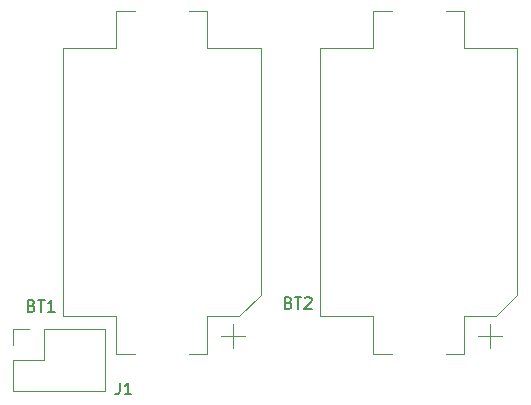
<source format=gbr>
G04 #@! TF.GenerationSoftware,KiCad,Pcbnew,(5.1.5-0-10_14)*
G04 #@! TF.CreationDate,2021-06-08T10:06:00-04:00*
G04 #@! TF.ProjectId,ESLO_COIN_POWER,45534c4f-5f43-44f4-994e-5f504f574552,rev?*
G04 #@! TF.SameCoordinates,Original*
G04 #@! TF.FileFunction,Legend,Top*
G04 #@! TF.FilePolarity,Positive*
%FSLAX46Y46*%
G04 Gerber Fmt 4.6, Leading zero omitted, Abs format (unit mm)*
G04 Created by KiCad (PCBNEW (5.1.5-0-10_14)) date 2021-06-08 10:06:00*
%MOMM*%
%LPD*%
G04 APERTURE LIST*
%ADD10C,0.120000*%
%ADD11C,0.150000*%
G04 APERTURE END LIST*
D10*
X73420000Y-95250000D02*
X73420000Y-93920000D01*
X73420000Y-93920000D02*
X74750000Y-93920000D01*
X73420000Y-96520000D02*
X76020000Y-96520000D01*
X76020000Y-96520000D02*
X76020000Y-93920000D01*
X76020000Y-93920000D02*
X81160000Y-93920000D01*
X81160000Y-99120000D02*
X81160000Y-93920000D01*
X73420000Y-99120000D02*
X81160000Y-99120000D01*
X73420000Y-99120000D02*
X73420000Y-96520000D01*
X113750000Y-93500000D02*
X113750000Y-95500000D01*
X112750000Y-94500000D02*
X114750000Y-94500000D01*
X99400000Y-70150000D02*
X103900000Y-70150000D01*
X99400000Y-92850000D02*
X103900000Y-92850000D01*
X99400000Y-92850000D02*
X99400000Y-70150000D01*
X103900000Y-66950000D02*
X105450000Y-66950000D01*
X103900000Y-70150000D02*
X103900000Y-66950000D01*
X103900000Y-96050000D02*
X105450000Y-96050000D01*
X103900000Y-92850000D02*
X103900000Y-96050000D01*
X111600000Y-96050000D02*
X110050000Y-96050000D01*
X111600000Y-92850000D02*
X111600000Y-96050000D01*
X116100000Y-91050000D02*
X114300000Y-92850000D01*
X114300000Y-92850000D02*
X111600000Y-92850000D01*
X116100000Y-70150000D02*
X116100000Y-91050000D01*
X116100000Y-70150000D02*
X111600000Y-70150000D01*
X111600000Y-66950000D02*
X110050000Y-66950000D01*
X111600000Y-70150000D02*
X111600000Y-66950000D01*
X92000000Y-93500000D02*
X92000000Y-95500000D01*
X91000000Y-94500000D02*
X93000000Y-94500000D01*
X77650000Y-70150000D02*
X82150000Y-70150000D01*
X77650000Y-92850000D02*
X82150000Y-92850000D01*
X77650000Y-92850000D02*
X77650000Y-70150000D01*
X82150000Y-66950000D02*
X83700000Y-66950000D01*
X82150000Y-70150000D02*
X82150000Y-66950000D01*
X82150000Y-96050000D02*
X83700000Y-96050000D01*
X82150000Y-92850000D02*
X82150000Y-96050000D01*
X89850000Y-96050000D02*
X88300000Y-96050000D01*
X89850000Y-92850000D02*
X89850000Y-96050000D01*
X94350000Y-91050000D02*
X92550000Y-92850000D01*
X92550000Y-92850000D02*
X89850000Y-92850000D01*
X94350000Y-70150000D02*
X94350000Y-91050000D01*
X94350000Y-70150000D02*
X89850000Y-70150000D01*
X89850000Y-66950000D02*
X88300000Y-66950000D01*
X89850000Y-70150000D02*
X89850000Y-66950000D01*
D11*
X82416666Y-98452380D02*
X82416666Y-99166666D01*
X82369047Y-99309523D01*
X82273809Y-99404761D01*
X82130952Y-99452380D01*
X82035714Y-99452380D01*
X83416666Y-99452380D02*
X82845238Y-99452380D01*
X83130952Y-99452380D02*
X83130952Y-98452380D01*
X83035714Y-98595238D01*
X82940476Y-98690476D01*
X82845238Y-98738095D01*
X96714285Y-91678571D02*
X96857142Y-91726190D01*
X96904761Y-91773809D01*
X96952380Y-91869047D01*
X96952380Y-92011904D01*
X96904761Y-92107142D01*
X96857142Y-92154761D01*
X96761904Y-92202380D01*
X96380952Y-92202380D01*
X96380952Y-91202380D01*
X96714285Y-91202380D01*
X96809523Y-91250000D01*
X96857142Y-91297619D01*
X96904761Y-91392857D01*
X96904761Y-91488095D01*
X96857142Y-91583333D01*
X96809523Y-91630952D01*
X96714285Y-91678571D01*
X96380952Y-91678571D01*
X97238095Y-91202380D02*
X97809523Y-91202380D01*
X97523809Y-92202380D02*
X97523809Y-91202380D01*
X98095238Y-91297619D02*
X98142857Y-91250000D01*
X98238095Y-91202380D01*
X98476190Y-91202380D01*
X98571428Y-91250000D01*
X98619047Y-91297619D01*
X98666666Y-91392857D01*
X98666666Y-91488095D01*
X98619047Y-91630952D01*
X98047619Y-92202380D01*
X98666666Y-92202380D01*
X74964285Y-91928571D02*
X75107142Y-91976190D01*
X75154761Y-92023809D01*
X75202380Y-92119047D01*
X75202380Y-92261904D01*
X75154761Y-92357142D01*
X75107142Y-92404761D01*
X75011904Y-92452380D01*
X74630952Y-92452380D01*
X74630952Y-91452380D01*
X74964285Y-91452380D01*
X75059523Y-91500000D01*
X75107142Y-91547619D01*
X75154761Y-91642857D01*
X75154761Y-91738095D01*
X75107142Y-91833333D01*
X75059523Y-91880952D01*
X74964285Y-91928571D01*
X74630952Y-91928571D01*
X75488095Y-91452380D02*
X76059523Y-91452380D01*
X75773809Y-92452380D02*
X75773809Y-91452380D01*
X76916666Y-92452380D02*
X76345238Y-92452380D01*
X76630952Y-92452380D02*
X76630952Y-91452380D01*
X76535714Y-91595238D01*
X76440476Y-91690476D01*
X76345238Y-91738095D01*
M02*

</source>
